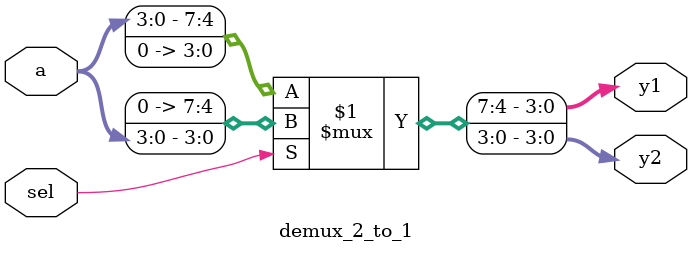
<source format=v>
`timescale 1ns / 1ps


module demux_2_to_1(
input [3:0] a,
input sel,
output [3:0] y1,y2
  );
//  assign y1 = a &  sel;
//  assign y2 = a & ~sel;
 assign {y1,y2} = sel?{4'b0,a}: {a,4'b0};
endmodule

</source>
